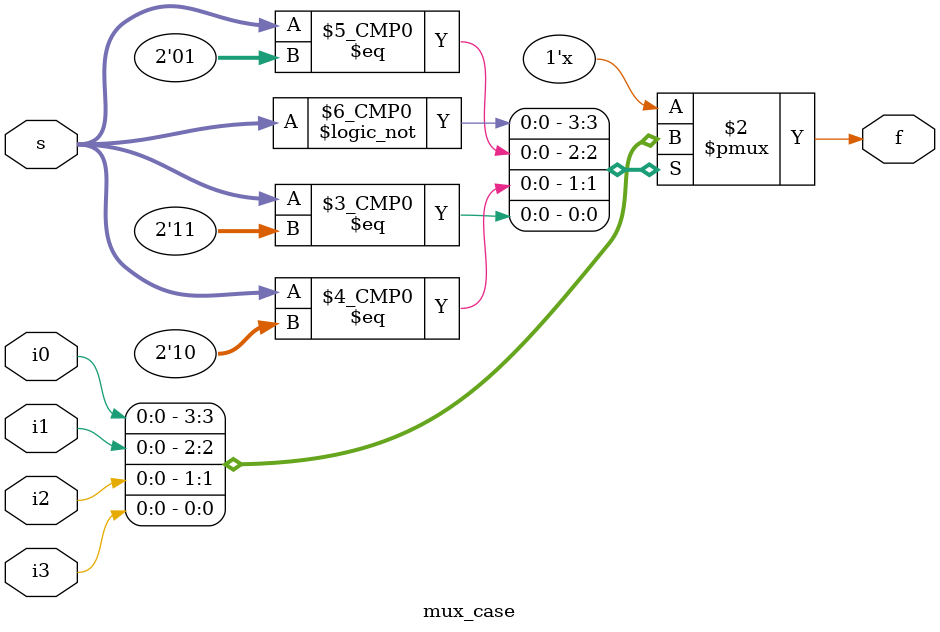
<source format=v>
`timescale 1ns / 1ps


module mux_case(
    input i1,
    input i2,
    input i3,
    input i0,
    input [1:0] s,
    output reg f
    );
    
    always @(*)
    case (s)
    2'b00 : f <= i0;
    2'b01 : f <= i1;
    2'b10 : f <= i2;
    2'b11 : f <= i3;
    endcase
    
endmodule

</source>
